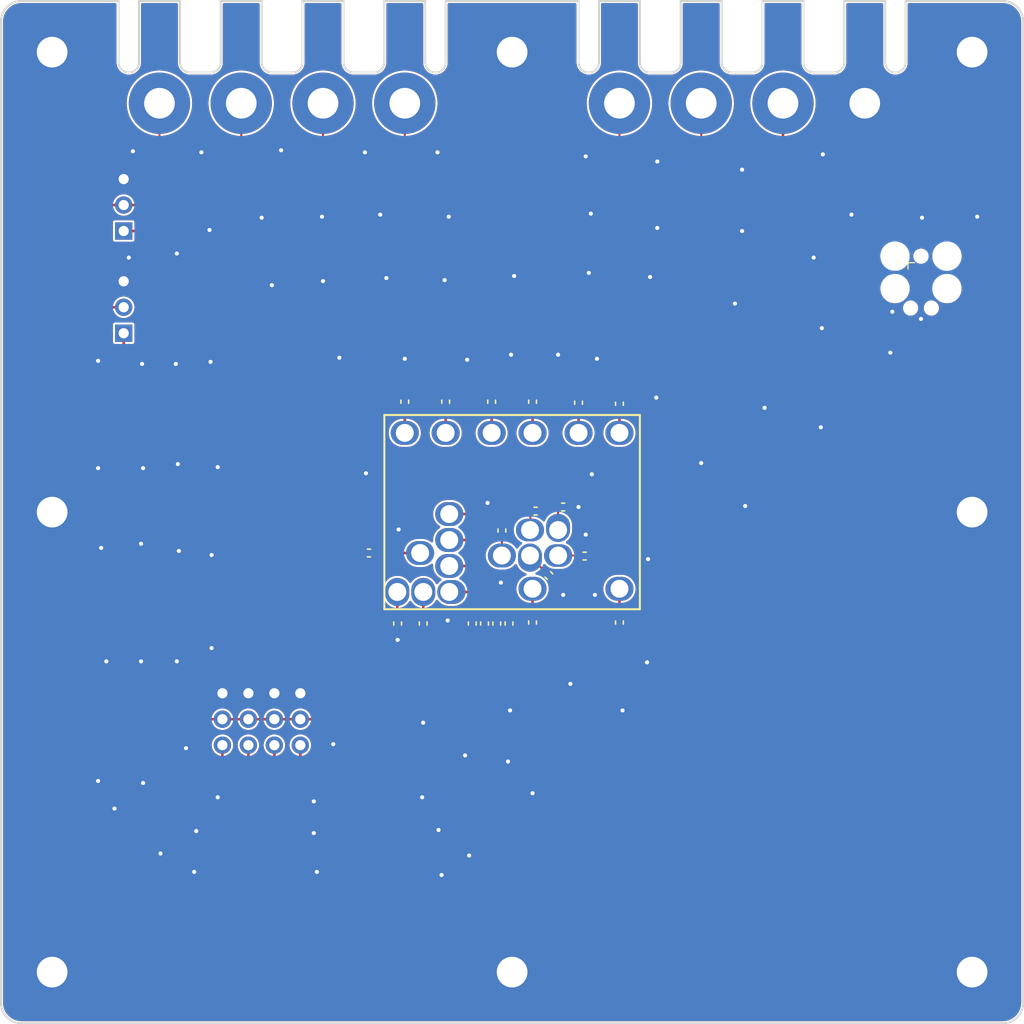
<source format=kicad_pcb>
(kicad_pcb (version 20211014) (generator pcbnew)
  (title_block (title "TEST_FIXTURE") (date "2022-08-20") (rev "v1.0") (company "CB-TECHNOLOGY"))
  (layers (0 "F.Cu" signal) (31 "B.Cu" signal) (34 "B.Paste" user) (35 "F.Paste" user) (36 "B.SilkS" user "B.Silkscreen") (37 "F.SilkS" user "F.Silkscreen") (38 "B.Mask" user) (39 "F.Mask" user) (44 "Edge.Cuts" user))
  (net 0 "")
  (net 1 "/RADIO_S1")
  (net 2 "/5V")
  (net 3 "/GND")
  (net 4 "/RADIO_S2")
  (net 5 "/RADIO_S3")
  (net 6 "/RADIO_S4")
  (net 7 "/OUT_S1")
  (net 8 "/OUT_S2")
  (net 9 "Net-(J12-Pad1)")
  (net 10 "Net-(J13-Pad1)")
  (net 11 "Net-(J14-Pad1)")
  (net 12 "Net-(J15-Pad1)")
  (net 13 "Net-(J16-Pad1)")
  (net 14 "Net-(J17-Pad1)")
  (net 15 "Net-(J18-Pad1)")
  (net 16 "Net-(J19-Pad1)")
  (net 17 "Net-(J20-Pad1)")
  (net 18 "Net-(J21-Pad1)")
  (net 19 "Net-(J22-Pad1)")
  (net 20 "Net-(J23-Pad1)")
  (net 21 "Net-(J24-Pad1)")
  (net 22 "Net-(J25-Pad1)")
  (net 23 "Net-(J26-Pad1)")
  (net 24 "Net-(J27-Pad1)")
  (net 25 "Net-(J28-Pad1)")
  (net 26 "Net-(J29-Pad1)")
  (net 27 "Net-(J30-Pad1)")
  (net 28 "Net-(J31-Pad1)")
  (net 29 "/BATT+")
  (net 30 "/BATT-")
  (net 31 "/M1+")
  (net 32 "/M1-")
  (net 33 "/M2+")
  (net 34 "/M2-")
  (net 35 "/CAL")
  (net 36 "/SWDIO")
  (net 37 "/SWDCK")
  (net 38 "/NRST")
  (net 39 "/3V3")
  (footprint "J_Connector:R-2-SC" (layer "F.Cu") (at 206.5 142.25)
    (fp_text reference "J13" hide)
    (fp_text value "Test_Pin" hide)
  )
  (footprint "R_Resistor:R_0402" (layer "F.Cu") (at 198 139.2 -90)
    (fp_text reference "R4" hide)
    (fp_text value "R_0402" hide)
  )
  (footprint "J_Connector:R-2-SC" (layer "F.Cu") (at 202 142.25)
    (fp_text reference "J14" hide)
    (fp_text value "Test_Pin" hide)
  )
  (footprint "J_Connector:R-2-SC" (layer "F.Cu") (at 199 154.25)
    (fp_text reference "J30" hide)
    (fp_text value "Test_Pin" hide)
  )
  (footprint "J_Connector:R-2-SC" (layer "F.Cu") (at 198 142.25)
    (fp_text reference "J15" hide)
    (fp_text value "Test_Pin" hide)
  )
  (footprint "MountingHole:MountingHole_3mm_Pad_TopBottom" (layer "F.Cu") (at 173.5 110)
    (fp_text reference "H12" hide)
    (fp_text value "MountingHole_Pad" hide)
  )
  (footprint "J_Connector:R-2-SC" (layer "F.Cu") (at 210.5 157.5)
    (fp_text reference "J25" hide)
    (fp_text value "Test_Pin" hide)
  )
  (footprint "J_Connector:R-2-SC" (layer "F.Cu") (at 193.85 150.19)
    (fp_text reference "J21" hide)
    (fp_text value "Test_Pin" hide)
  )
  (footprint "J_Connector:R-2-SC" (layer "F.Cu") (at 188.77 157.81 90)
    (fp_text reference "J23" hide)
    (fp_text value "Test_Pin" hide)
  )
  (footprint "R_Resistor:R_0402" (layer "F.Cu") (at 197.3 160.9 90)
    (fp_text reference "R8" hide)
    (fp_text value "R_0402" hide)
  )
  (footprint "J_Connector:R-2-SC" (layer "F.Cu") (at 189.5 142.25)
    (fp_text reference "J17" hide)
    (fp_text value "Test_Pin" hide)
  )
  (footprint "MountingHole:MountingHole_3mm_Pad_TopBottom" (layer "F.Cu") (at 155 150)
    (fp_text reference "H8" hide)
    (fp_text value "MountingHole_Pad" hide)
  )
  (footprint "J_Connector:R-2-SC" (layer "F.Cu") (at 210.5 142.25)
    (fp_text reference "J12" hide)
    (fp_text value "Test_Pin" hide)
  )
  (footprint "Connector_PinHeader_2.54mm:PinHeader_1x03_P2.54mm_Horizontal" (layer "F.Cu") (at 162 132.5 180)
    (fp_text reference "J4" hide)
    (fp_text value "Conn_01x03" hide)
  )
  (footprint "MountingHole:MountingHole_3mm_Pad_TopBottom" (layer "F.Cu") (at 226.5 110)
    (fp_text reference "H15" hide)
    (fp_text value "MountingHole_Pad" hide)
  )
  (footprint "MountingHole:MountingHole_3mm_Pad_TopBottom" (layer "F.Cu") (at 165.5 110 90)
    (fp_text reference "H13" hide)
    (fp_text value "MountingHole_Pad" hide)
  )
  (footprint "J_Connector:R-2-SC" (layer "F.Cu") (at 204.5 154.25)
    (fp_text reference "J28" hide)
    (fp_text value "Test_Pin" hide)
  )
  (footprint "J_Connector:R-2-SC" (layer "F.Cu") (at 191 154)
    (fp_text reference "J26" hide)
    (fp_text value "Test_Pin" hide)
  )
  (footprint "J_Connector:R-2-SC" (layer "F.Cu") (at 193.85 155.27)
    (fp_text reference "J19" hide)
    (fp_text value "Test_Pin" hide)
  )
  (footprint "R_Resistor:R_0402" (layer "F.Cu") (at 199.7 160.9 90)
    (fp_text reference "R10" hide)
    (fp_text value "R_0402" hide)
  )
  (footprint "MountingHole:MountingHole_3mm_Pad_TopBottom" (layer "F.Cu") (at 200 195)
    (fp_text reference "H2" hide)
    (fp_text value "MountingHole_Pad" hide)
  )
  (footprint "R_Resistor:R_0402" (layer "F.Cu") (at 202 139.2 -90)
    (fp_text reference "R3" hide)
    (fp_text value "R_0402" hide)
  )
  (footprint "J_Connector:R-2-SC" (layer "F.Cu") (at 201.75 154.25 90)
    (fp_text reference "J27" hide)
    (fp_text value "Test_Pin" hide)
  )
  (footprint "J_Connector:R-2-SC" (layer "F.Cu") (at 193.85 152.73)
    (fp_text reference "J20" hide)
    (fp_text value "Test_Pin" hide)
  )
  (footprint "J_Connector:R-2-SC" (layer "F.Cu") (at 201.75 151.75)
    (fp_text reference "J29" hide)
    (fp_text value "Test_Pin" hide)
  )
  (footprint "J_Connector:R-2-SC" (layer "F.Cu") (at 191.31 157.81 90)
    (fp_text reference "J22" hide)
    (fp_text value "Test_Pin" hide)
  )
  (footprint "J_Connector:R-2-SC" (layer "F.Cu") (at 204.5 151.75 -90)
    (fp_text reference "J31" hide)
    (fp_text value "Test_Pin" hide)
  )
  (footprint "R_Resistor:R_0402" (layer "F.Cu") (at 189.5 139.2 -90)
    (fp_text reference "R6" hide)
    (fp_text value "R_0402" hide)
  )
  (footprint "R_Resistor:R_0402" (layer "F.Cu") (at 196.1 160.9 90)
    (fp_text reference "R7" hide)
    (fp_text value "R_0402" hide)
  )
  (footprint "MountingHole:MountingHole_3mm_Pad_TopBottom" (layer "F.Cu") (at 155 195)
    (fp_text reference "H1" hide)
    (fp_text value "MountingHole_Pad" hide)
  )
  (footprint "Connector_PinHeader_2.54mm:PinHeader_1x03_P2.54mm_Horizontal" (layer "F.Cu") (at 162 122.5 180)
    (fp_text reference "J3" hide)
    (fp_text value "Conn_01x03" hide)
  )
  (footprint "R_Resistor:R_0402" (layer "F.Cu") (at 193.5 139.2 -90)
    (fp_text reference "R5" hide)
    (fp_text value "R_0402" hide)
  )
  (footprint "MountingHole:MountingHole_3mm_Pad_TopBottom" (layer "F.Cu") (at 245 105)
    (fp_text reference "H5" hide)
    (fp_text value "MountingHole_Pad" hide)
  )
  (footprint "R_Resistor:R_0402" (layer "F.Cu") (at 198.5 160.9 90)
    (fp_text reference "R9" hide)
    (fp_text value "R_0402" hide)
  )
  (footprint "MountingHole:MountingHole_3mm_Pad_TopBottom" (layer "F.Cu") (at 155 105)
    (fp_text reference "H7" hide)
    (fp_text value "MountingHole_Pad" hide)
  )
  (footprint "R_Resistor:R_0402" (layer "F.Cu") (at 202 160.8 90)
    (fp_text reference "R13" hide)
    (fp_text value "R_0402" hide)
  )
  (footprint "MountingHole:MountingHole_3mm_Pad_TopBottom" (layer "F.Cu") (at 245 150)
    (fp_text reference "H4" hide)
    (fp_text value "MountingHole_Pad" hide)
  )
  (footprint "R_Resistor:R_0402" (layer "F.Cu") (at 202.3 149.9 180)
    (fp_text reference "R18" hide)
    (fp_text value "R_0402" hide)
  )
  (footprint "J_Connector:R-2-SC" (layer "F.Cu") (at 193.85 157.81)
    (fp_text reference "J18" hide)
    (fp_text value "Test_Pin" hide)
  )
  (footprint "R_Resistor:R_0402" (layer "F.Cu") (at 188.8 160.9 90)
    (fp_text reference "R12" hide)
    (fp_text value "R_0402" hide)
  )
  (footprint "R_Resistor:R_0402" (layer "F.Cu") (at 186 154)
    (fp_text reference "R15" hide)
    (fp_text value "R_0402" hide)
  )
  (footprint "MountingHole:MountingHole_3mm_Pad_TopBottom" (layer "F.Cu") (at 234.5 110)
    (fp_text reference "H16" hide)
    (fp_text value "MountingHole_Pad" hide)
  )
  (footprint "Connector_PinHeader_2.54mm:PinHeader_2x03_P2.54mm_Vertical" (layer "F.Cu") (at 179.28 172.8 180)
    (fp_text reference "J1" hide)
    (fp_text value "Conn_02x03_Odd_Even" hide)
  )
  (footprint "J_Connector:R-2-SC" (layer "F.Cu") (at 202 157.5)
    (fp_text reference "J24" hide)
    (fp_text value "Test_Pin" hide)
  )
  (footprint "MountingHole:MountingHole_3mm_Pad_TopBottom" (layer "F.Cu") (at 200 105)
    (fp_text reference "H6" hide)
    (fp_text value "MountingHole_Pad" hide)
  )
  (footprint "R_Resistor:R_0402" (layer "F.Cu") (at 206.5 139.3 -90)
    (fp_text reference "R2" hide)
    (fp_text value "R_0402" hide)
  )
  (footprint "MountingHole:MountingHole_3mm_Pad_TopBottom" (layer "F.Cu") (at 189.5 110)
    (fp_text reference "H11" hide)
    (fp_text value "MountingHole_Pad" hide)
  )
  (footprint "J_Connector:R-2-SC" (layer "F.Cu") (at 193.5 142.25)
    (fp_text reference "J16" hide)
    (fp_text value "Test_Pin" hide)
  )
  (footprint "Connector_PinHeader_2.54mm:PinHeader_2x03_P2.54mm_Vertical" (layer "F.Cu") (at 174.2 172.8 180)
    (fp_text reference "J2" hide)
    (fp_text value "Conn_02x03_Odd_Even" hide)
  )
  (footprint "R_Resistor:R_0402" (layer "F.Cu") (at 210.5 139.4 -90)
    (fp_text reference "R1" hide)
    (fp_text value "R_0402" hide)
  )
  (footprint "R_Resistor:R_0402" (layer "F.Cu") (at 199 151.8 -90)
    (fp_text reference "R19" hide)
    (fp_text value "R_0402" hide)
  )
  (footprint "R_Resistor:R_0402" (layer "F.Cu") (at 203.6 156.2 135)
    (fp_text reference "R16" hide)
    (fp_text value "R_0402" hide)
  )
  (footprint "MountingHole:MountingHole_3mm_Pad_TopBottom" (layer "F.Cu") (at 181.5 110)
    (fp_text reference "H14" hide)
    (fp_text value "MountingHole_Pad" hide)
  )
  (footprint "MountingHole:MountingHole_3mm_Pad_TopBottom" (layer "F.Cu") (at 218.5 110)
    (fp_text reference "H9" hide)
    (fp_text value "MountingHole_Pad" hide)
  )
  (footprint "R_Resistor:R_0402" (layer "F.Cu") (at 210.5 160.8 90)
    (fp_text reference "R14" hide)
    (fp_text value "R_0402" hide)
  )
  (footprint "R_Resistor:R_0402" (layer "F.Cu") (at 205 149.5 180)
    (fp_text reference "R20" hide)
    (fp_text value "R_0402" hide)
  )
  (footprint "Connector:Tag-Connect_TC2030-IDC-FP_2x03_P1.27mm_Vertical" (layer "F.Cu") (at 240 127.5 -90)
    (fp_text reference "J5" hide)
    (fp_text value "TC_2030_STLINK" hide)
  )
  (footprint "MountingHole:MountingHole_3mm_Pad_TopBottom" (layer "F.Cu") (at 210.5 110)
    (fp_text reference "H10" hide)
    (fp_text value "MountingHole_Pad" hide)
  )
  (footprint "R_Resistor:R_0402" (layer "F.Cu") (at 207.1 154.3 180)
    (fp_text reference "R17" hide)
    (fp_text value "R_0402" hide)
  )
  (footprint "MountingHole:MountingHole_3mm_Pad_TopBottom" (layer "F.Cu") (at 245 195)
    (fp_text reference "H3" hide)
    (fp_text value "MountingHole_Pad" hide)
  )
  (footprint "R_Resistor:R_0402" (layer "F.Cu") (at 191.3 160.9 90)
    (fp_text reference "R11" hide)
    (fp_text value "R_0402" hide)
  )
  (gr_line (start 212.5 159.5) (end 212.5 140.5) (layer "F.SilkS") (width 0.2))
  (gr_line (start 187.5 140.5) (end 212.5 140.5) (layer "F.SilkS") (width 0.2))
  (gr_line (start 187.5 159.5) (end 187.5 140.5) (layer "F.SilkS") (width 0.2))
  (gr_line (start 187.5 159.5) (end 212.5 159.5) (layer "F.SilkS") (width 0.2))
  (gr_arc (start 168.5 107) (mid 167.792894 106.707107) (end 167.5 106) (layer "Edge.Cuts") (width 0.2))
  (gr_line (start 183.5 100) (end 183.5 106) (layer "Edge.Cuts") (width 0.2))
  (gr_line (start 167.5 100) (end 167.5 106) (layer "Edge.Cuts") (width 0.2))
  (gr_line (start 193.5 100) (end 206.5 100) (layer "Edge.Cuts") (width 0.2))
  (gr_line (start 208.5 106) (end 208.5 100) (layer "Edge.Cuts") (width 0.2))
  (gr_line (start 176.5 107) (end 178.5 107) (layer "Edge.Cuts") (width 0.2))
  (gr_line (start 232.5 100) (end 236.5 100) (layer "Edge.Cuts") (width 0.2))
  (gr_line (start 150 198) (end 150 102) (layer "Edge.Cuts") (width 0.2))
  (gr_arc (start 221.5 107) (mid 220.792894 106.707106) (end 220.5 106) (layer "Edge.Cuts") (width 0.2))
  (gr_arc (start 232.5 106) (mid 232.207106 106.707106) (end 231.5 107) (layer "Edge.Cuts") (width 0.2))
  (gr_line (start 224.5 106) (end 224.5 100) (layer "Edge.Cuts") (width 0.2))
  (gr_line (start 161.5 100) (end 161.5 106) (layer "Edge.Cuts") (width 0.2))
  (gr_arc (start 171.5 106) (mid 171.207106 106.707106) (end 170.5 107) (layer "Edge.Cuts") (width 0.2))
  (gr_arc (start 152 200) (mid 150.585786 199.414214) (end 150 198) (layer "Edge.Cuts") (width 0.2))
  (gr_arc (start 216.5 106) (mid 216.207106 106.707106) (end 215.5 107) (layer "Edge.Cuts") (width 0.2))
  (gr_line (start 206.5 100) (end 206.5 106) (layer "Edge.Cuts") (width 0.2))
  (gr_arc (start 238.5 106) (mid 237.5 107) (end 236.5 106) (layer "Edge.Cuts") (width 0.2))
  (gr_line (start 193.5 106) (end 193.5 100) (layer "Edge.Cuts") (width 0.2))
  (gr_arc (start 176.5 107) (mid 175.792894 106.707106) (end 175.5 106) (layer "Edge.Cuts") (width 0.2))
  (gr_arc (start 248 100) (mid 249.414213 100.585786) (end 250 102) (layer "Edge.Cuts") (width 0.2))
  (gr_line (start 250 102) (end 250 198) (layer "Edge.Cuts") (width 0.2))
  (gr_line (start 179.5 100) (end 183.5 100) (layer "Edge.Cuts") (width 0.2))
  (gr_line (start 175.5 100) (end 175.5 106) (layer "Edge.Cuts") (width 0.2))
  (gr_line (start 187.5 106) (end 187.5 100) (layer "Edge.Cuts") (width 0.2))
  (gr_arc (start 150 102) (mid 150.585786 100.585786) (end 152 100) (layer "Edge.Cuts") (width 0.2))
  (gr_line (start 216.5 106) (end 216.5 100) (layer "Edge.Cuts") (width 0.2))
  (gr_line (start 221.5 107) (end 223.5 107) (layer "Edge.Cuts") (width 0.2))
  (gr_arc (start 163.5 106) (mid 162.5 107) (end 161.5 106) (layer "Edge.Cuts") (width 0.2))
  (gr_arc (start 179.5 106) (mid 179.207106 106.707106) (end 178.5 107) (layer "Edge.Cuts") (width 0.2))
  (gr_line (start 191.5 100) (end 191.5 106) (layer "Edge.Cuts") (width 0.2))
  (gr_line (start 179.5 106) (end 179.5 100) (layer "Edge.Cuts") (width 0.2))
  (gr_arc (start 224.5 106) (mid 224.207106 106.707106) (end 223.5 107) (layer "Edge.Cuts") (width 0.2))
  (gr_line (start 248 200) (end 152 200) (layer "Edge.Cuts") (width 0.2))
  (gr_line (start 168.5 107) (end 170.5 107) (layer "Edge.Cuts") (width 0.2))
  (gr_line (start 163.5 106) (end 163.5 100) (layer "Edge.Cuts") (width 0.2))
  (gr_line (start 229.5 107) (end 231.5 107) (layer "Edge.Cuts") (width 0.2))
  (gr_line (start 238.5 100) (end 248 100) (layer "Edge.Cuts") (width 0.2))
  (gr_line (start 224.5 100) (end 228.5 100) (layer "Edge.Cuts") (width 0.2))
  (gr_line (start 152 100) (end 161.5 100) (layer "Edge.Cuts") (width 0.2))
  (gr_arc (start 193.5 106) (mid 192.5 107) (end 191.5 106) (layer "Edge.Cuts") (width 0.2))
  (gr_line (start 238.5 106) (end 238.5 100) (layer "Edge.Cuts") (width 0.2))
  (gr_arc (start 184.5 107) (mid 183.792894 106.707106) (end 183.5 106) (layer "Edge.Cuts") (width 0.2))
  (gr_arc (start 187.5 106) (mid 187.207106 106.707106) (end 186.5 107) (layer "Edge.Cuts") (width 0.2))
  (gr_line (start 228.5 100) (end 228.5 106) (layer "Edge.Cuts") (width 0.2))
  (gr_line (start 213.5 107) (end 215.5 107) (layer "Edge.Cuts") (width 0.2))
  (gr_line (start 171.5 106) (end 171.5 100) (layer "Edge.Cuts") (width 0.2))
  (gr_line (start 171.5 100) (end 175.5 100) (layer "Edge.Cuts") (width 0.2))
  (gr_line (start 216.5 100) (end 220.5 100) (layer "Edge.Cuts") (width 0.2))
  (gr_line (start 212.5 100) (end 212.5 106) (layer "Edge.Cuts") (width 0.2))
  (gr_arc (start 213.5 107) (mid 212.792894 106.707106) (end 212.5 106) (layer "Edge.Cuts") (width 0.2))
  (gr_line (start 163.5 100) (end 167.5 100) (layer "Edge.Cuts") (width 0.2))
  (gr_arc (start 208.5 106) (mid 207.5 107) (end 206.5 106) (layer "Edge.Cuts") (width 0.2))
  (gr_line (start 208.5 100) (end 212.5 100) (layer "Edge.Cuts") (width 0.2))
  (gr_line (start 220.5 100) (end 220.5 106) (layer "Edge.Cuts") (width 0.2))
  (gr_line (start 232.5 106) (end 232.5 100) (layer "Edge.Cuts") (width 0.2))
  (gr_line (start 236.5 100) (end 236.5 106) (layer "Edge.Cuts") (width 0.2))
  (gr_arc (start 229.5 107) (mid 228.792894 106.707106) (end 228.5 106) (layer "Edge.Cuts") (width 0.2))
  (gr_line (start 187.5 100) (end 191.5 100) (layer "Edge.Cuts") (width 0.2))
  (gr_arc (start 250 198) (mid 249.414214 199.414214) (end 248 200) (layer "Edge.Cuts") (width 0.2))
  (gr_line (start 184.5 107) (end 186.5 107) (layer "Edge.Cuts") (width 0.2))
  (segment (start 179.28 172.8) (end 179.28 174.58) (width 0.25) (layer "F.Cu") (net 1))
  (segment (start 189.7 175.5) (end 196.1 169.1) (width 0.25) (layer "F.Cu") (net 1))
  (segment (start 196.1 169.1) (end 196.1 161.41) (width 0.25) (layer "F.Cu") (net 1))
  (segment (start 180.2 175.5) (end 189.7 175.5) (width 0.25) (layer "F.Cu") (net 1))
  (segment (start 179.28 174.58) (end 180.2 175.5) (width 0.25) (layer "F.Cu") (net 1))
  (segment (start 159.4 120.5) (end 159.94 119.96) (width 0.25) (layer "F.Cu") (net 2))
  (segment (start 165.06 119.96) (end 168.5 123.4) (width 0.25) (layer "F.Cu") (net 2))
  (segment (start 160.16 129.96) (end 159.4 129.2) (width 0.25) (layer "F.Cu") (net 2))
  (segment (start 162 119.96) (end 165.06 119.96) (width 0.25) (layer "F.Cu") (net 2))
  (segment (start 191.3 165.1) (end 191.3 161.41) (width 0.25) (layer "F.Cu") (net 2))
  (segment (start 169.36 170.26) (end 171.66 170.26) (width 0.25) (layer "F.Cu") (net 2))
  (segment (start 186.14 170.26) (end 191.3 165.1) (width 0.25) (layer "F.Cu") (net 2))
  (segment (start 179.28 170.26) (end 186.14 170.26) (width 0.25) (layer "F.Cu") (net 2))
  (segment (start 162 129.96) (end 160.16 129.96) (width 0.25) (layer "F.Cu") (net 2))
  (segment (start 168.5 169.4) (end 169.36 170.26) (width 0.25) (layer "F.Cu") (net 2))
  (segment (start 159.4 129.2) (end 159.4 120.5) (width 0.25) (layer "F.Cu") (net 2))
  (segment (start 168.5 123.4) (end 168.5 169.4) (width 0.25) (layer "F.Cu") (net 2))
  (segment (start 171.66 170.26) (end 179.28 170.26) (width 0.25) (layer "F.Cu") (net 2))
  (segment (start 159.94 119.96) (end 162 119.96) (width 0.25) (layer "F.Cu") (net 2))
  (via (at 189.5 135) (size 0.8) (drill 0.4) (layers "F.Cu" "B.Cu") (net 3))
  (via (at 206.5 149.5) (size 0.8) (drill 0.4) (layers "F.Cu" "B.Cu") (net 3))
  (via (at 159.5 145.7) (size 0.8) (drill 0.4) (layers "F.Cu" "B.Cu") (net 3))
  (via (at 177.4 114.6) (size 0.8) (drill 0.4) (layers "F.Cu" "B.Cu") (net 3))
  (via (at 200.2 126.9) (size 0.8) (drill 0.4) (layers "F.Cu" "B.Cu") (net 3))
  (via (at 230.4 115) (size 0.8) (drill 0.4) (layers "F.Cu" "B.Cu") (net 3))
  (via (at 199.9 134.6) (size 0.8) (drill 0.4) (layers "F.Cu" "B.Cu") (net 3))
  (via (at 213.2 164.7) (size 0.8) (drill 0.4) (layers "F.Cu" "B.Cu") (net 3))
  (via (at 168.9 185.2) (size 0.8) (drill 0.4) (layers "F.Cu" "B.Cu") (net 3))
  (via (at 171.2 145.6) (size 0.8) (drill 0.4) (layers "F.Cu" "B.Cu") (net 3))
  (via (at 162.5 125.1) (size 0.8) (drill 0.4) (layers "F.Cu" "B.Cu") (net 3))
  (via (at 218.5 145.2) (size 0.8) (drill 0.4) (layers "F.Cu" "B.Cu") (net 3))
  (via (at 169.6 114.8) (size 0.8) (drill 0.4) (layers "F.Cu" "B.Cu") (net 3))
  (via (at 181.4 121.1) (size 0.8) (drill 0.4) (layers "F.Cu" "B.Cu") (net 3))
  (via (at 195.4 173.8) (size 0.8) (drill 0.4) (layers "F.Cu" "B.Cu") (net 3))
  (via (at 187.1 120.9) (size 0.8) (drill 0.4) (layers "F.Cu" "B.Cu") (net 3))
  (via (at 205 158.1) (size 0.8) (drill 0.4) (layers "F.Cu" "B.Cu") (net 3))
  (via (at 159.5 135.2) (size 0.8) (drill 0.4) (layers "F.Cu" "B.Cu") (net 3))
  (via (at 167.2 124.7) (size 0.8) (drill 0.4) (layers "F.Cu" "B.Cu") (net 3))
  (via (at 167.3 145.3) (size 0.8) (drill 0.4) (layers "F.Cu" "B.Cu") (net 3))
  (via (at 208.1 158.1) (size 0.8) (drill 0.4) (layers "F.Cu" "B.Cu") (net 3))
  (via (at 204.5 134.6) (size 0.8) (drill 0.4) (layers "F.Cu" "B.Cu") (net 3))
  (via (at 229.5 125.1) (size 0.8) (drill 0.4) (layers "F.Cu" "B.Cu") (net 3))
  (via (at 193.1 185.5) (size 0.8) (drill 0.4) (layers "F.Cu" "B.Cu") (net 3))
  (via (at 195.6 135.1) (size 0.8) (drill 0.4) (layers "F.Cu" "B.Cu") (net 3))
  (via (at 210.8 169.4) (size 0.8) (drill 0.4) (layers "F.Cu" "B.Cu") (net 3))
  (via (at 191.2 177.9) (size 0.8) (drill 0.4) (layers "F.Cu" "B.Cu") (net 3))
  (via (at 237 134.4) (size 0.8) (drill 0.4) (layers "F.Cu" "B.Cu") (net 3))
  (via (at 214.1 138.8) (size 0.8) (drill 0.4) (layers "F.Cu" "B.Cu") (net 3))
  (via (at 233.2 120.9) (size 0.8) (drill 0.4) (layers "F.Cu" "B.Cu") (net 3))
  (via (at 222.5 116.5) (size 0.8) (drill 0.4) (layers "F.Cu" "B.Cu") (net 3))
  (via (at 207.2 152.2) (size 0.8) (drill 0.4) (layers "F.Cu" "B.Cu") (net 3))
  (via (at 163.7 164.6) (size 0.8) (drill 0.4) (layers "F.Cu" "B.Cu") (net 3))
  (via (at 208.3 135) (size 0.8) (drill 0.4) (layers "F.Cu" "B.Cu") (net 3))
  (via (at 192.8 181.1) (size 0.8) (drill 0.4) (layers "F.Cu" "B.Cu") (net 3))
  (via (at 165.6 183.4) (size 0.8) (drill 0.4) (layers "F.Cu" "B.Cu") (net 3))
  (via (at 205.7 166.8) (size 0.8) (drill 0.4) (layers "F.Cu" "B.Cu") (net 3))
  (via (at 213.3 154.6) (size 0.8) (drill 0.4) (layers "F.Cu" "B.Cu") (net 3))
  (via (at 193.4 127.3) (size 0.8) (drill 0.4) (layers "F.Cu" "B.Cu") (net 3))
  (via (at 207.7 120.8) (size 0.8) (drill 0.4) (layers "F.Cu" "B.Cu") (net 3))
  (via (at 193.7 160.6) (size 0.8) (drill 0.4) (layers "F.Cu" "B.Cu") (net 3))
  (via (at 163.9 176.5) (size 0.8) (drill 0.4) (layers "F.Cu" "B.Cu") (net 3))
  (via (at 245.5 121.1) (size 0.8) (drill 0.4) (layers "F.Cu" "B.Cu") (net 3))
  (via (at 230.2 141.7) (size 0.8) (drill 0.4) (layers "F.Cu" "B.Cu") (net 3))
  (via (at 188.8 162.5) (size 0.8) (drill 0.4) (layers "F.Cu" "B.Cu") (net 3))
  (via (at 180.6 181.4) (size 0.8) (drill 0.4) (layers "F.Cu" "B.Cu") (net 3))
  (via (at 199.6 174.4) (size 0.8) (drill 0.4) (layers "F.Cu" "B.Cu") (net 3))
  (via (at 222.5 122.5) (size 0.8) (drill 0.4) (layers "F.Cu" "B.Cu") (net 3))
  (via (at 214.2 122.2) (size 0.8) (drill 0.4) (layers "F.Cu" "B.Cu") (net 3))
  (via (at 167.4 153.8) (size 0.8) (drill 0.4) (layers "F.Cu" "B.Cu") (net 3))
  (via (at 176.5 127.8) (size 0.8) (drill 0.4) (layers "F.Cu" "B.Cu") (net 3))
  (via (at 187.7 127.1) (size 0.8) (drill 0.4) (layers "F.Cu" "B.Cu") (net 3))
  (via (at 159.8 153.5) (size 0.8) (drill 0.4) (layers "F.Cu" "B.Cu") (net 3))
  (via (at 214.2 115.7) (size 0.8) (drill 0.4) (layers "F.Cu" "B.Cu") (net 3))
  (via (at 207.2 115.2) (size 0.8) (drill 0.4) (layers "F.Cu" "B.Cu") (net 3))
  (via (at 160.3 164.6) (size 0.8) (drill 0.4) (layers "F.Cu" "B.Cu") (net 3))
  (via (at 162.9 114.7) (size 0.8) (drill 0.4) (layers "F.Cu" "B.Cu") (net 3))
  (via (at 207.5 126.6) (size 0.8) (drill 0.4) (layers "F.Cu" "B.Cu") (net 3))
  (via (at 185.6 114.8) (size 0.8) (drill 0.4) (layers "F.Cu" "B.Cu") (net 3))
  (via (at 213.5 127) (size 0.8) (drill 0.4) (layers "F.Cu" "B.Cu") (net 3))
  (via (at 163.9 145.7) (size 0.8) (drill 0.4) (layers "F.Cu" "B.Cu") (net 3))
  (via (at 170.6 163.3) (size 0.8) (drill 0.4) (layers "F.Cu" "B.Cu") (net 3))
  (via (at 230.3 132) (size 0.8) (drill 0.4) (layers "F.Cu" "B.Cu") (net 3))
  (via (at 181.5 127.4) (size 0.8) (drill 0.4) (layers "F.Cu" "B.Cu") (net 3))
  (via (at 192.7 114.8) (size 0.8) (drill 0.4) (layers "F.Cu" "B.Cu") (net 3))
  (via (at 170.6 154.2) (size 0.8) (drill 0.4) (layers "F.Cu" "B.Cu") (net 3))
  (via (at 163.8 135.5) (size 0.8) (drill 0.4) (layers "F.Cu" "B.Cu") (net 3))
  (via (at 188.9 151.7) (size 0.8) (drill 0.4) (layers "F.Cu" "B.Cu") (net 3))
  (via (at 163.7 153.1) (size 0.8) (drill 0.4) (layers "F.Cu" "B.Cu") (net 3))
  (via (at 221.8 129.6) (size 0.8) (drill 0.4) (layers "F.Cu" "B.Cu") (net 3))
  (via (at 195.8 183.6) (size 0.8) (drill 0.4) (layers "F.Cu" "B.Cu") (net 3))
  (via (at 168.1 173.1) (size 0.8) (drill 0.4) (layers "F.Cu" "B.Cu") (net 3))
  (via (at 180.9 185.2) (size 0.8) (drill 0.4) (layers "F.Cu" "B.Cu") (net 3))
  (via (at 169.1 181.2) (size 0.8) (drill 0.4) (layers "F.Cu" "B.Cu") (net 3))
  (via (at 170.5 135.3) (size 0.8) (drill 0.4) (layers "F.Cu" "B.Cu") (net 3))
  (via (at 170.4 122.4) (size 0.8) (drill 0.4) (layers "F.Cu" "B.Cu") (net 3))
  (via (at 240.1 121.2) (size 0.8) (drill 0.4) (layers "F.Cu" "B.Cu") (net 3))
  (via (at 202 177.5) (size 0.8) (drill 0.4) (layers "F.Cu" "B.Cu") (net 3))
  (via (at 224.7 139.8) (size 0.8) (drill 0.4) (layers "F.Cu" "B.Cu") (net 3))
  (via (at 183.1 134.9) (size 0.8) (drill 0.4) (layers "F.Cu" "B.Cu") (net 3))
  (via (at 207.8 146.3) (size 0.8) (drill 0.4) (layers "F.Cu" "B.Cu") (net 3))
  (via (at 175.5 121.2) (size 0.8) (drill 0.4) (layers "F.Cu" "B.Cu") (net 3))
  (via (at 198.9 156.9) (size 0.8) (drill 0.4) (layers "F.Cu" "B.Cu") (net 3))
  (via (at 237.2 130.4) (size 0.8) (drill 0.4) (layers "F.Cu" "B.Cu") (net 3))
  (via (at 240 131.1) (size 0.8) (drill 0.4) (layers "F.Cu" "B.Cu") (net 3))
  (via (at 199.8 169.4) (size 0.8) (drill 0.4) (layers "F.Cu" "B.Cu") (net 3))
  (via (at 180.6 178.3) (size 0.8) (drill 0.4) (layers "F.Cu" "B.Cu") (net 3))
  (via (at 193.8 121.1) (size 0.8) (drill 0.4) (layers "F.Cu" "B.Cu") (net 3))
  (via (at 167.1 135.5) (size 0.8) (drill 0.4) (layers "F.Cu" "B.Cu") (net 3))
  (via (at 159.5 176.3) (size 0.8) (drill 0.4) (layers "F.Cu" "B.Cu") (net 3))
  (via (at 191.3 170.6) (size 0.8) (drill 0.4) (layers "F.Cu" "B.Cu") (net 3))
  (via (at 171.2 177.9) (size 0.8) (drill 0.4) (layers "F.Cu" "B.Cu") (net 3))
  (via (at 222.8 149.4) (size 0.8) (drill 0.4) (layers "F.Cu" "B.Cu") (net 3))
  (via (at 161.1 179) (size 0.8) (drill 0.4) (layers "F.Cu" "B.Cu") (net 3))
  (via (at 167.2 164.6) (size 0.8) (drill 0.4) (layers "F.Cu" "B.Cu") (net 3))
  (via (at 182.5 172.7) (size 0.8) (drill 0.4) (layers "F.Cu" "B.Cu") (net 3))
  (via (at 185.7 146.2) (size 0.8) (drill 0.4) (layers "F.Cu" "B.Cu") (net 3))
  (via (at 197.6 149.1) (size 0.8) (drill 0.4) (layers "F.Cu" "B.Cu") (net 3))
  (segment (start 197.3 168.6) (end 189.9 176) (width 0.25) (layer "F.Cu") (net 4))
  (segment (start 176.74 174.94) (end 176.74 172.8) (width 0.25) (layer "F.Cu") (net 4))
  (segment (start 189.9 176) (end 177.8 176) (width 0.25) (layer "F.Cu") (net 4))
  (segment (start 177.8 176) (end 176.74 174.94) (width 0.25) (layer "F.Cu") (net 4))
  (segment (start 197.3 161.41) (end 197.3 168.6) (width 0.25) (layer "F.Cu") (net 4))
  (segment (start 198.5 168.035718) (end 190.035718 176.5) (width 0.25) (layer "F.Cu") (net 5))
  (segment (start 174.2 175) (end 174.2 172.8) (width 0.25) (layer "F.Cu") (net 5))
  (segment (start 198.5 161.41) (end 198.5 168.035718) (width 0.25) (layer "F.Cu") (net 5))
  (segment (start 190.035718 176.5) (end 175.7 176.5) (width 0.25) (layer "F.Cu") (net 5))
  (segment (start 175.7 176.5) (end 174.2 175) (width 0.25) (layer "F.Cu") (net 5))
  (segment (start 199.7 161.41) (end 199.7 167.5) (width 0.25) (layer "F.Cu") (net 6))
  (segment (start 199.7 167.5) (end 190.2 177) (width 0.25) (layer "F.Cu") (net 6))
  (segment (start 173.6 177) (end 171.66 175.06) (width 0.25) (layer "F.Cu") (net 6))
  (segment (start 190.2 177) (end 173.6 177) (width 0.25) (layer "F.Cu") (net 6))
  (segment (start 171.66 175.06) (end 171.66 172.8) (width 0.25) (layer "F.Cu") (net 6))
  (segment (start 164.2 122.5) (end 162 122.5) (width 0.25) (layer "F.Cu") (net 7))
  (segment (start 202 161.31) (end 202 169.5) (width 0.25) (layer "F.Cu") (net 7))
  (segment (start 202 169.5) (end 191.8 179.7) (width 0.25) (layer "F.Cu") (net 7))
  (segment (start 165.9 175.5) (end 165.9 124.2) (width 0.25) (layer "F.Cu") (net 7))
  (segment (start 170.1 179.7) (end 165.9 175.5) (width 0.25) (layer "F.Cu") (net 7))
  (segment (start 191.8 179.7) (end 170.1 179.7) (width 0.25) (layer "F.Cu") (net 7))
  (segment (start 165.9 124.2) (end 164.2 122.5) (width 0.25) (layer "F.Cu") (net 7))
  (segment (start 168 182.9) (end 193.5 182.9) (width 0.25) (layer "F.Cu") (net 8))
  (segment (start 210.5 165.9) (end 210.5 161.31) (width 0.25) (layer "F.Cu") (net 8))
  (segment (start 193.5 182.9) (end 210.5 165.9) (width 0.25) (layer "F.Cu") (net 8))
  (segment (start 162 132.5) (end 162 176.9) (width 0.25) (layer "F.Cu") (net 8))
  (segment (start 162 176.9) (end 168 182.9) (width 0.25) (layer "F.Cu") (net 8))
  (segment (start 210.5 139.91) (end 210.5 142.25) (width 0.25) (layer "F.Cu") (net 9))
  (segment (start 206.5 139.81) (end 206.5 142.25) (width 0.25) (layer "F.Cu") (net 10))
  (segment (start 202 139.71) (end 202 142.25) (width 0.25) (layer "F.Cu") (net 11))
  (segment (start 198 139.71) (end 198 142.25) (width 0.25) (layer "F.Cu") (net 12))
  (segment (start 193.5 139.71) (end 193.5 142.25) (width 0.25) (layer "F.Cu") (net 13))
  (segment (start 189.5 139.71) (end 189.5 142.25) (width 0.25) (layer "F.Cu") (net 14))
  (segment (start 195.71 157.81) (end 193.85 157.81) (width 0.25) (layer "F.Cu") (net 15))
  (segment (start 193.87 157.79) (end 193.85 157.81) (width 0.25) (layer "F.Cu") (net 15))
  (segment (start 196.1 160.39) (end 196.1 158.2) (width 0.25) (layer "F.Cu") (net 15))
  (segment (start 196.1 158.2) (end 195.71 157.81) (width 0.25) (layer "F.Cu") (net 15))
  (segment (start 197.3 158.5) (end 197.3 160.39) (width 0.25) (layer "F.Cu") (net 16))
  (segment (start 195.67 155.27) (end 196.1 155.7) (width 0.25) (layer "F.Cu") (net 16))
  (segment (start 196.1 157.3) (end 197.3 158.5) (width 0.25) (layer "F.Cu") (net 16))
  (segment (start 193.85 155.27) (end 195.67 155.27) (width 0.25) (layer "F.Cu") (net 16))
  (segment (start 196.1 155.7) (end 196.1 157.3) (width 0.25) (layer "F.Cu") (net 16))
  (segment (start 193.87 155.29) (end 193.85 155.27) (width 0.25) (layer "F.Cu") (net 16))
  (segment (start 195.63 152.73) (end 196.54952 153.64952) (width 0.25) (layer "F.Cu") (net 17))
  (segment (start 196.54952 153.64952) (end 196.54952 157.1) (width 0.25) (layer "F.Cu") (net 17))
  (segment (start 196.54952 157.1) (end 198.5 159.05048) (width 0.25) (layer "F.Cu") (net 17))
  (segment (start 193.85 152.73) (end 195.63 152.73) (width 0.25) (layer "F.Cu") (net 17))
  (segment (start 198.5 159.05048) (end 198.5 160.39) (width 0.25) (layer "F.Cu") (net 17))
  (segment (start 193.93 152.81) (end 193.85 152.73) (width 0.25) (layer "F.Cu") (net 17))
  (segment (start 193.87 150.21) (end 193.85 150.19) (width 0.25) (layer "F.Cu") (net 18))
  (segment (start 196.99904 156.913802) (end 199.7 159.614763) (width 0.25) (layer "F.Cu") (net 18))
  (segment (start 193.85 150.19) (end 195.89 150.19) (width 0.25) (layer "F.Cu") (net 18))
  (segment (start 199.7 159.614763) (end 199.7 160.39) (width 0.25) (layer "F.Cu") (net 18))
  (segment (start 196.99904 151.30096) (end 196.99904 156.913802) (width 0.25) (layer "F.Cu") (net 18))
  (segment (start 197 151.3) (end 196.99904 151.30096) (width 0.25) (layer "F.Cu") (net 18))
  (segment (start 195.89 150.19) (end 197 151.3) (width 0.25) (layer "F.Cu") (net 18))
  (segment (start 191.3 160.39) (end 191.31 160.38) (width 0.25) (layer "F.Cu") (net 19))
  (segment (start 191.31 160.38) (end 191.31 157.81) (width 0.25) (layer "F.Cu") (net 19))
  (segment (start 188.8 160.39) (end 188.77 160.36) (width 0.25) (layer "F.Cu") (net 20))
  (segment (start 188.77 160.36) (end 188.77 157.81) (width 0.25) (layer "F.Cu") (net 20))
  (segment (start 202 160.29) (end 202 157.5) (width 0.25) (layer "F.Cu") (net 21))
  (segment (start 210.5 160.29) (end 210.5 157.5) (width 0.25) (layer "F.Cu") (net 22))
  (segment (start 191 154) (end 186.51 154) (width 0.25) (layer "F.Cu") (net 23))
  (segment (start 203.2 155.8) (end 201.710624 154.310624) (width 0.2) (layer "F.Cu") (net 24))
  (segment (start 203.239376 155.839376) (end 203.239376 155.739376) (width 0.2) (layer "F.Cu") (net 24))
  (segment (start 206.54 154.25) (end 206.59 154.3) (width 0.2) (layer "F.Cu") (net 25))
  (segment (start 204.5 154.25) (end 206.54 154.25) (width 0.2) (layer "F.Cu") (net 25))
  (segment (start 201.79 151.71) (end 201.75 151.75) (width 0.2) (layer "F.Cu") (net 26))
  (segment (start 201.79 149.9) (end 201.79 151.71) (width 0.2) (layer "F.Cu") (net 26))
  (segment (start 199 152.31) (end 199 154.25) (width 0.2) (layer "F.Cu") (net 27))
  (segment (start 204.49 151.74) (end 204.5 151.75) (width 0.2) (layer "F.Cu") (net 28))
  (segment (start 204.49 149.5) (end 204.49 151.74) (width 0.2) (layer "F.Cu") (net 28))
  (segment (start 218.5 126) (end 218.5 110) (width 0.2) (layer "F.Cu") (net 29))
  (segment (start 210.5 138.89) (end 210.5 134) (width 0.2) (layer "F.Cu") (net 29))
  (segment (start 210.5 134) (end 218.5 126) (width 0.2) (layer "F.Cu") (net 29))
  (segment (start 210.5 129.7) (end 210.5 110) (width 0.2) (layer "F.Cu") (net 30))
  (segment (start 206.5 138.79) (end 206.5 133.7) (width 0.2) (layer "F.Cu") (net 30))
  (segment (start 206.5 133.7) (end 210.5 129.7) (width 0.2) (layer "F.Cu") (net 30))
  (segment (start 202 138.69) (end 202 133.6) (width 0.2) (layer "F.Cu") (net 31))
  (segment (start 189.5 121.1) (end 189.5 110) (width 0.2) (layer "F.Cu") (net 31))
  (segment (start 202 133.6) (end 189.5 121.1) (width 0.2) (layer "F.Cu") (net 31))
  (segment (start 181.5 110) (end 181.5 118) (width 0.2) (layer "F.Cu") (net 32))
  (segment (start 181.5 118) (end 198 134.5) (width 0.2) (layer "F.Cu") (net 32))
  (segment (start 198 138.69) (end 198 134.5) (width 0.2) (layer "F.Cu") (net 32))
  (segment (start 173.5 110) (end 173.5 116) (width 0.2) (layer "F.Cu") (net 33))
  (segment (start 173.5 116) (end 193.5 136) (width 0.2) (layer "F.Cu") (net 33))
  (segment (start 193.5 138.69) (end 193.5 136) (width 0.2) (layer "F.Cu") (net 33))
  (segment (start 189.5 137.6) (end 165.5 113.6) (width 0.2) (layer "F.Cu") (net 34))
  (segment (start 165.5 113.6) (end 165.5 110) (width 0.2) (layer "F.Cu") (net 34))
  (segment (start 189.5 138.69) (end 189.5 137.6) (width 0.2) (layer "F.Cu") (net 34))
  (segment (start 183.4 152.8) (end 183.4 145.7) (width 0.25) (layer "F.Cu") (net 35))
  (segment (start 226.5 132.9) (end 226.5 110) (width 0.25) (layer "F.Cu") (net 35))
  (segment (start 185.49 154) (end 184.6 154) (width 0.25) (layer "F.Cu") (net 35))
  (segment (start 215.1 144.3) (end 226.5 132.9) (width 0.25) (layer "F.Cu") (net 35))
  (segment (start 184.8 144.3) (end 215.1 144.3) (width 0.25) (layer "F.Cu") (net 35))
  (segment (start 184.6 154) (end 183.4 152.8) (width 0.25) (layer "F.Cu") (net 35))
  (segment (start 183.4 145.7) (end 184.8 144.3) (width 0.25) (layer "F.Cu") (net 35))
  (segment (start 244 123.2) (end 245.2 124.4) (width 0.25) (layer "F.Cu") (net 36))
  (segment (start 245.2 130.635717) (end 238.385717 137.45) (width 0.25) (layer "F.Cu") (net 36))
  (segment (start 204.4 157) (end 207.5 157) (width 0.25) (layer "F.Cu") (net 36))
  (segment (start 238.385717 137.45) (end 238.35 137.45) (width 0.25) (layer "F.Cu") (net 36))
  (segment (start 238.35 137.45) (end 238.5 137.3) (width 0.25) (layer "F.Cu") (net 36))
  (segment (start 241.8 123.2) (end 244 123.2) (width 0.25) (layer "F.Cu") (net 36))
  (segment (start 245.2 124.4) (end 245.2 130.635717) (width 0.25) (layer "F.Cu") (net 36))
  (segment (start 212.8 151.7) (end 224.1 151.7) (width 0.25) (layer "F.Cu") (net 36))
  (segment (start 224.1 151.7) (end 238.35 137.45) (width 0.25) (layer "F.Cu") (net 36))
  (segment (start 240.635 126.23) (end 240.978029 125.886971) (width 0.25) (layer "F.Cu") (net 36))
  (segment (start 240.978029 125.886971) (end 240.978029 124.021971) (width 0.25) (layer "F.Cu") (net 36))
  (segment (start 240.978029 124.021971) (end 241.8 123.2) (width 0.25) (layer "F.Cu") (net 36))
  (segment (start 207.5 157) (end 212.8 151.7) (width 0.25) (layer "F.Cu") (net 36))
  (segment (start 203.960624 156.560624) (end 204.4 157) (width 0.25) (layer "F.Cu") (net 36))
  (segment (start 244.7 130.5) (end 244.7 127.7) (width 0.25) (layer "F.Cu") (net 37))
  (segment (start 238.34952 136.85048) (end 244.7 130.5) (width 0.25) (layer "F.Cu") (net 37))
  (segment (start 241.561971 126.573029) (end 240.635 127.5) (width 0.25) (layer "F.Cu") (net 37))
  (segment (start 238.313802 136.85048) (end 238.34952 136.85048) (width 0.25) (layer "F.Cu") (net 37))
  (segment (start 209.564282 154.3) (end 212.613802 151.25048) (width 0.25) (layer "F.Cu") (net 37))
  (segment (start 244.7 127.7) (end 243.573029 126.573029) (width 0.25) (layer "F.Cu") (net 37))
  (segment (start 223.913802 151.25048) (end 238.313802 136.85048) (width 0.25) (layer "F.Cu") (net 37))
  (segment (start 207.61 154.3) (end 209.564282 154.3) (width 0.25) (layer "F.Cu") (net 37))
  (segment (start 212.613802 151.25048) (end 223.913802 151.25048) (width 0.25) (layer "F.Cu") (net 37))
  (segment (start 243.573029 126.573029) (end 241.561971 126.573029) (width 0.25) (layer "F.Cu") (net 37))
  (segment (start 234.7 127.4) (end 235.6 126.5) (width 0.25) (layer "F.Cu") (net 38))
  (segment (start 204.5 148.2) (end 220 148.2) (width 0.25) (layer "F.Cu") (net 38))
  (segment (start 202.81 149.89) (end 204.5 148.2) (width 0.25) (layer "F.Cu") (net 38))
  (segment (start 202.81 149.9) (end 202.81 149.89) (width 0.25) (layer "F.Cu") (net 38))
  (segment (start 238.386971 126.521971) (end 239.365 127.5) (width 0.25) (layer "F.Cu") (net 38))
  (segment (start 235.621971 126.521971) (end 238.386971 126.521971) (width 0.25) (layer "F.Cu") (net 38))
  (segment (start 220 148.2) (end 234.7 133.5) (width 0.25) (layer "F.Cu") (net 38))
  (segment (start 234.7 133.5) (end 234.7 127.4) (width 0.25) (layer "F.Cu") (net 38))
  (segment (start 235.6 126.5) (end 235.621971 126.521971) (width 0.25) (layer "F.Cu") (net 38))
  (segment (start 234.25048 125.05048) (end 234.1 124.9) (width 0.25) (layer "F.Cu") (net 39))
  (segment (start 201.14952 147.75048) (end 219.813802 147.75048) (width 0.25) (layer "F.Cu") (net 39))
  (segment (start 199 149.9) (end 201.14952 147.75048) (width 0.25) (layer "F.Cu") (net 39))
  (segment (start 235.7 123.3) (end 238.1 123.3) (width 0.25) (layer "F.Cu") (net 39))
  (segment (start 219.813802 147.75048) (end 234.25048 133.313802) (width 0.25) (layer "F.Cu") (net 39))
  (segment (start 234.1 124.9) (end 235.7 123.3) (width 0.25) (layer "F.Cu") (net 39))
  (segment (start 234.25048 133.313802) (end 234.25048 125.05048) (width 0.25) (layer "F.Cu") (net 39))
  (segment (start 238.1 123.3) (end 239.021971 124.221971) (width 0.25) (layer "F.Cu") (net 39))
  (segment (start 239.021971 124.221971) (end 239.021971 125.886971) (width 0.25) (layer "F.Cu") (net 39))
  (segment (start 239.021971 125.886971) (end 239.365 126.23) (width 0.25) (layer "F.Cu") (net 39))
  (segment (start 199 151.29) (end 199 149.9) (width 0.25) (layer "F.Cu") (net 39))
  (zone (net 3) (net_name "/GND") (layers F&B.Cu) (connect_pads yes (clearance 0.2)) (min_thickness 0.254) (fill yes (thermal_gap 0.508) (thermal_bridge_width 0.508))
    (polygon (pts (xy 250 200) (xy 150 200) (xy 150 100) (xy 250 100)))
  )
)
</source>
